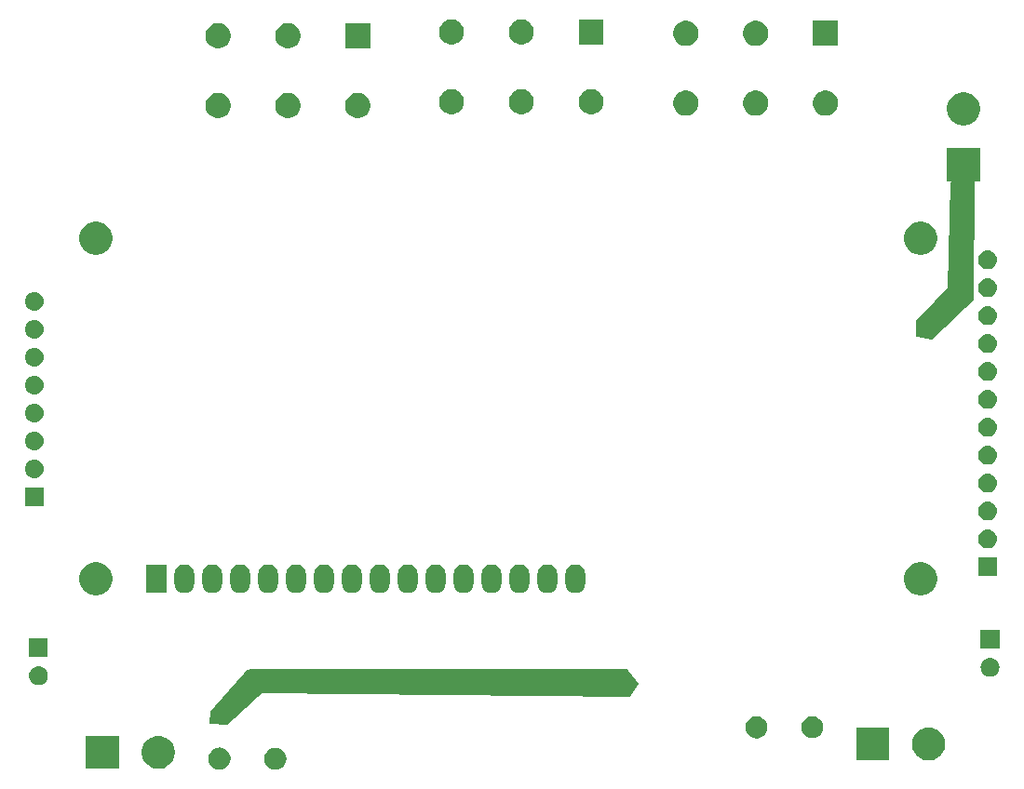
<source format=gbr>
G04 #@! TF.GenerationSoftware,KiCad,Pcbnew,(5.0.1)-4*
G04 #@! TF.CreationDate,2019-01-07T16:42:56+05:30*
G04 #@! TF.ProjectId,monitoring_board,6D6F6E69746F72696E675F626F617264,rev?*
G04 #@! TF.SameCoordinates,Original*
G04 #@! TF.FileFunction,Soldermask,Bot*
G04 #@! TF.FilePolarity,Negative*
%FSLAX46Y46*%
G04 Gerber Fmt 4.6, Leading zero omitted, Abs format (unit mm)*
G04 Created by KiCad (PCBNEW (5.0.1)-4) date 01/07/19 16:42:56*
%MOMM*%
%LPD*%
G01*
G04 APERTURE LIST*
%ADD10C,0.150000*%
%ADD11C,0.100000*%
G04 APERTURE END LIST*
D10*
G36*
X159004000Y-107696000D02*
X193040000Y-107696000D01*
X194056000Y-108966000D01*
X193294000Y-110109000D01*
X159893000Y-109728000D01*
X156718000Y-112649000D01*
X155194000Y-112522000D01*
X155321000Y-111506000D01*
X158623000Y-107823000D01*
X159004000Y-107696000D01*
G37*
X159004000Y-107696000D02*
X193040000Y-107696000D01*
X194056000Y-108966000D01*
X193294000Y-110109000D01*
X159893000Y-109728000D01*
X156718000Y-112649000D01*
X155194000Y-112522000D01*
X155321000Y-111506000D01*
X158623000Y-107823000D01*
X159004000Y-107696000D01*
G36*
X220853000Y-77597000D02*
X224536000Y-74041000D01*
X224663000Y-63246000D01*
X222631000Y-63373000D01*
X222377000Y-73025000D01*
X219456000Y-75946000D01*
X219456000Y-77343000D01*
X220853000Y-77597000D01*
G37*
X220853000Y-77597000D02*
X224536000Y-74041000D01*
X224663000Y-63246000D01*
X222631000Y-63373000D01*
X222377000Y-73025000D01*
X219456000Y-75946000D01*
X219456000Y-77343000D01*
X220853000Y-77597000D01*
D11*
G36*
X161287970Y-114798572D02*
X161403889Y-114821629D01*
X161585878Y-114897011D01*
X161749663Y-115006449D01*
X161888951Y-115145737D01*
X161998389Y-115309522D01*
X162073771Y-115491511D01*
X162096828Y-115607430D01*
X162112200Y-115684707D01*
X162112200Y-115881693D01*
X162103602Y-115924915D01*
X162073771Y-116074889D01*
X161998389Y-116256878D01*
X161888951Y-116420663D01*
X161749663Y-116559951D01*
X161585878Y-116669389D01*
X161403889Y-116744771D01*
X161287970Y-116767828D01*
X161210693Y-116783200D01*
X161013707Y-116783200D01*
X160936430Y-116767828D01*
X160820511Y-116744771D01*
X160638522Y-116669389D01*
X160474737Y-116559951D01*
X160335449Y-116420663D01*
X160226011Y-116256878D01*
X160150629Y-116074889D01*
X160120798Y-115924915D01*
X160112200Y-115881693D01*
X160112200Y-115684707D01*
X160127572Y-115607430D01*
X160150629Y-115491511D01*
X160226011Y-115309522D01*
X160335449Y-115145737D01*
X160474737Y-115006449D01*
X160638522Y-114897011D01*
X160820511Y-114821629D01*
X160936430Y-114798572D01*
X161013707Y-114783200D01*
X161210693Y-114783200D01*
X161287970Y-114798572D01*
X161287970Y-114798572D01*
G37*
G36*
X156207970Y-114788572D02*
X156323889Y-114811629D01*
X156505878Y-114887011D01*
X156669663Y-114996449D01*
X156808951Y-115135737D01*
X156918389Y-115299522D01*
X156993771Y-115481511D01*
X157032200Y-115674709D01*
X157032200Y-115871691D01*
X156993771Y-116064889D01*
X156918389Y-116246878D01*
X156808951Y-116410663D01*
X156669663Y-116549951D01*
X156505878Y-116659389D01*
X156323889Y-116734771D01*
X156207970Y-116757828D01*
X156130693Y-116773200D01*
X155933707Y-116773200D01*
X155856430Y-116757828D01*
X155740511Y-116734771D01*
X155558522Y-116659389D01*
X155394737Y-116549951D01*
X155255449Y-116410663D01*
X155146011Y-116246878D01*
X155070629Y-116064889D01*
X155032200Y-115871691D01*
X155032200Y-115674709D01*
X155070629Y-115481511D01*
X155146011Y-115299522D01*
X155255449Y-115135737D01*
X155394737Y-114996449D01*
X155558522Y-114887011D01*
X155740511Y-114811629D01*
X155856430Y-114788572D01*
X155933707Y-114773200D01*
X156130693Y-114773200D01*
X156207970Y-114788572D01*
X156207970Y-114788572D01*
G37*
G36*
X150755504Y-113741883D02*
X150907134Y-113772044D01*
X151180117Y-113885117D01*
X151422520Y-114047087D01*
X151425797Y-114049276D01*
X151634724Y-114258203D01*
X151798884Y-114503885D01*
X151911956Y-114776867D01*
X151969600Y-115066661D01*
X151969600Y-115362139D01*
X151931171Y-115555335D01*
X151918801Y-115617524D01*
X151911956Y-115651933D01*
X151798884Y-115924915D01*
X151634724Y-116170597D01*
X151425797Y-116379524D01*
X151425794Y-116379526D01*
X151180117Y-116543683D01*
X151180116Y-116543684D01*
X151180115Y-116543684D01*
X151100160Y-116576802D01*
X150907134Y-116656756D01*
X150843623Y-116669389D01*
X150617339Y-116714400D01*
X150321861Y-116714400D01*
X150095577Y-116669389D01*
X150032066Y-116656756D01*
X149839040Y-116576802D01*
X149759085Y-116543684D01*
X149759084Y-116543684D01*
X149759083Y-116543683D01*
X149513406Y-116379526D01*
X149513403Y-116379524D01*
X149304476Y-116170597D01*
X149140316Y-115924915D01*
X149027244Y-115651933D01*
X149020400Y-115617524D01*
X149008029Y-115555335D01*
X148969600Y-115362139D01*
X148969600Y-115066661D01*
X149027244Y-114776867D01*
X149140316Y-114503885D01*
X149304476Y-114258203D01*
X149513403Y-114049276D01*
X149516680Y-114047087D01*
X149759083Y-113885117D01*
X150032066Y-113772044D01*
X150183696Y-113741883D01*
X150321861Y-113714400D01*
X150617339Y-113714400D01*
X150755504Y-113741883D01*
X150755504Y-113741883D01*
G37*
G36*
X146889600Y-116714400D02*
X143889600Y-116714400D01*
X143889600Y-113714400D01*
X146889600Y-113714400D01*
X146889600Y-116714400D01*
X146889600Y-116714400D01*
G37*
G36*
X216942800Y-115952400D02*
X213942800Y-115952400D01*
X213942800Y-112952400D01*
X216942800Y-112952400D01*
X216942800Y-115952400D01*
X216942800Y-115952400D01*
G37*
G36*
X220863735Y-112990829D02*
X220960334Y-113010044D01*
X221233317Y-113123117D01*
X221393411Y-113230089D01*
X221478997Y-113287276D01*
X221687924Y-113496203D01*
X221687926Y-113496206D01*
X221852083Y-113741883D01*
X221965156Y-114014866D01*
X222022800Y-114304663D01*
X222022800Y-114600137D01*
X221965156Y-114889934D01*
X221921036Y-114996449D01*
X221852084Y-115162915D01*
X221687924Y-115408597D01*
X221478997Y-115617524D01*
X221478994Y-115617526D01*
X221233317Y-115781683D01*
X220960334Y-115894756D01*
X220863735Y-115913971D01*
X220670539Y-115952400D01*
X220375061Y-115952400D01*
X220181865Y-115913971D01*
X220085266Y-115894756D01*
X219812283Y-115781683D01*
X219566606Y-115617526D01*
X219566603Y-115617524D01*
X219357676Y-115408597D01*
X219193516Y-115162915D01*
X219124564Y-114996449D01*
X219080444Y-114889934D01*
X219022800Y-114600137D01*
X219022800Y-114304663D01*
X219080444Y-114014866D01*
X219193517Y-113741883D01*
X219357674Y-113496206D01*
X219357676Y-113496203D01*
X219566603Y-113287276D01*
X219652189Y-113230089D01*
X219812283Y-113123117D01*
X220085266Y-113010044D01*
X220181865Y-112990829D01*
X220375061Y-112952400D01*
X220670539Y-112952400D01*
X220863735Y-112990829D01*
X220863735Y-112990829D01*
G37*
G36*
X205052170Y-111953772D02*
X205168089Y-111976829D01*
X205350078Y-112052211D01*
X205513863Y-112161649D01*
X205653151Y-112300937D01*
X205762589Y-112464722D01*
X205837971Y-112646711D01*
X205876400Y-112839909D01*
X205876400Y-113036891D01*
X205837971Y-113230089D01*
X205762589Y-113412078D01*
X205653151Y-113575863D01*
X205513863Y-113715151D01*
X205350078Y-113824589D01*
X205168089Y-113899971D01*
X205052170Y-113923028D01*
X204974893Y-113938400D01*
X204777907Y-113938400D01*
X204700630Y-113923028D01*
X204584711Y-113899971D01*
X204402722Y-113824589D01*
X204238937Y-113715151D01*
X204099649Y-113575863D01*
X203990211Y-113412078D01*
X203914829Y-113230089D01*
X203876400Y-113036891D01*
X203876400Y-112839909D01*
X203914829Y-112646711D01*
X203990211Y-112464722D01*
X204099649Y-112300937D01*
X204238937Y-112161649D01*
X204402722Y-112052211D01*
X204584711Y-111976829D01*
X204700630Y-111953772D01*
X204777907Y-111938400D01*
X204974893Y-111938400D01*
X205052170Y-111953772D01*
X205052170Y-111953772D01*
G37*
G36*
X210132170Y-111943772D02*
X210248089Y-111966829D01*
X210430078Y-112042211D01*
X210593863Y-112151649D01*
X210733151Y-112290937D01*
X210842589Y-112454722D01*
X210917971Y-112636711D01*
X210956400Y-112829909D01*
X210956400Y-113026891D01*
X210917971Y-113220089D01*
X210842589Y-113402078D01*
X210733151Y-113565863D01*
X210593863Y-113705151D01*
X210430078Y-113814589D01*
X210248089Y-113889971D01*
X210132170Y-113913028D01*
X210054893Y-113928400D01*
X209857907Y-113928400D01*
X209780630Y-113913028D01*
X209664711Y-113889971D01*
X209482722Y-113814589D01*
X209318937Y-113705151D01*
X209179649Y-113565863D01*
X209070211Y-113402078D01*
X208994829Y-113220089D01*
X208956400Y-113026891D01*
X208956400Y-112829909D01*
X208994829Y-112636711D01*
X209070211Y-112454722D01*
X209179649Y-112290937D01*
X209318937Y-112151649D01*
X209482722Y-112042211D01*
X209664711Y-111966829D01*
X209780630Y-111943772D01*
X209857907Y-111928400D01*
X210054893Y-111928400D01*
X210132170Y-111943772D01*
X210132170Y-111943772D01*
G37*
G36*
X139739630Y-107391699D02*
X139899855Y-107440303D01*
X140047520Y-107519231D01*
X140176949Y-107625451D01*
X140283169Y-107754880D01*
X140362097Y-107902545D01*
X140410701Y-108062770D01*
X140427112Y-108229400D01*
X140410701Y-108396030D01*
X140362097Y-108556255D01*
X140283169Y-108703920D01*
X140176949Y-108833349D01*
X140047520Y-108939569D01*
X139899855Y-109018497D01*
X139739630Y-109067101D01*
X139614752Y-109079400D01*
X139531248Y-109079400D01*
X139406370Y-109067101D01*
X139246145Y-109018497D01*
X139098480Y-108939569D01*
X138969051Y-108833349D01*
X138862831Y-108703920D01*
X138783903Y-108556255D01*
X138735299Y-108396030D01*
X138718888Y-108229400D01*
X138735299Y-108062770D01*
X138783903Y-107902545D01*
X138862831Y-107754880D01*
X138969051Y-107625451D01*
X139098480Y-107519231D01*
X139246145Y-107440303D01*
X139406370Y-107391699D01*
X139531248Y-107379400D01*
X139614752Y-107379400D01*
X139739630Y-107391699D01*
X139739630Y-107391699D01*
G37*
G36*
X226277430Y-106629699D02*
X226437655Y-106678303D01*
X226585320Y-106757231D01*
X226714749Y-106863451D01*
X226820969Y-106992880D01*
X226899897Y-107140545D01*
X226948501Y-107300770D01*
X226964912Y-107467400D01*
X226948501Y-107634030D01*
X226899897Y-107794255D01*
X226820969Y-107941920D01*
X226714749Y-108071349D01*
X226585320Y-108177569D01*
X226437655Y-108256497D01*
X226277430Y-108305101D01*
X226152552Y-108317400D01*
X226069048Y-108317400D01*
X225944170Y-108305101D01*
X225783945Y-108256497D01*
X225636280Y-108177569D01*
X225506851Y-108071349D01*
X225400631Y-107941920D01*
X225321703Y-107794255D01*
X225273099Y-107634030D01*
X225256688Y-107467400D01*
X225273099Y-107300770D01*
X225321703Y-107140545D01*
X225400631Y-106992880D01*
X225506851Y-106863451D01*
X225636280Y-106757231D01*
X225783945Y-106678303D01*
X225944170Y-106629699D01*
X226069048Y-106617400D01*
X226152552Y-106617400D01*
X226277430Y-106629699D01*
X226277430Y-106629699D01*
G37*
G36*
X140423000Y-106539400D02*
X138723000Y-106539400D01*
X138723000Y-104839400D01*
X140423000Y-104839400D01*
X140423000Y-106539400D01*
X140423000Y-106539400D01*
G37*
G36*
X226960800Y-105777400D02*
X225260800Y-105777400D01*
X225260800Y-104077400D01*
X226960800Y-104077400D01*
X226960800Y-105777400D01*
X226960800Y-105777400D01*
G37*
G36*
X145133635Y-97954029D02*
X145230234Y-97973244D01*
X145503217Y-98086317D01*
X145566532Y-98128623D01*
X145748897Y-98250476D01*
X145957824Y-98459403D01*
X145957826Y-98459406D01*
X146121983Y-98705083D01*
X146235056Y-98978066D01*
X146292700Y-99267863D01*
X146292700Y-99563337D01*
X146235056Y-99853134D01*
X146121983Y-100126117D01*
X146098216Y-100161686D01*
X145957824Y-100371797D01*
X145748897Y-100580724D01*
X145748894Y-100580726D01*
X145503217Y-100744883D01*
X145230234Y-100857956D01*
X145133635Y-100877171D01*
X144940439Y-100915600D01*
X144644961Y-100915600D01*
X144451765Y-100877171D01*
X144355166Y-100857956D01*
X144082183Y-100744883D01*
X143836506Y-100580726D01*
X143836503Y-100580724D01*
X143627576Y-100371797D01*
X143487184Y-100161686D01*
X143463417Y-100126117D01*
X143350344Y-99853134D01*
X143292700Y-99563337D01*
X143292700Y-99267863D01*
X143350344Y-98978066D01*
X143463417Y-98705083D01*
X143627574Y-98459406D01*
X143627576Y-98459403D01*
X143836503Y-98250476D01*
X144018868Y-98128623D01*
X144082183Y-98086317D01*
X144355166Y-97973244D01*
X144451765Y-97954029D01*
X144644961Y-97915600D01*
X144940439Y-97915600D01*
X145133635Y-97954029D01*
X145133635Y-97954029D01*
G37*
G36*
X220132735Y-97954029D02*
X220229334Y-97973244D01*
X220502317Y-98086317D01*
X220565632Y-98128623D01*
X220747997Y-98250476D01*
X220956924Y-98459403D01*
X220956926Y-98459406D01*
X221121083Y-98705083D01*
X221234156Y-98978066D01*
X221291800Y-99267863D01*
X221291800Y-99563337D01*
X221234156Y-99853134D01*
X221121083Y-100126117D01*
X221097316Y-100161686D01*
X220956924Y-100371797D01*
X220747997Y-100580724D01*
X220747994Y-100580726D01*
X220502317Y-100744883D01*
X220229334Y-100857956D01*
X220132735Y-100877171D01*
X219939539Y-100915600D01*
X219644061Y-100915600D01*
X219450865Y-100877171D01*
X219354266Y-100857956D01*
X219081283Y-100744883D01*
X218835606Y-100580726D01*
X218835603Y-100580724D01*
X218626676Y-100371797D01*
X218486284Y-100161686D01*
X218462517Y-100126117D01*
X218349444Y-99853134D01*
X218291800Y-99563337D01*
X218291800Y-99267863D01*
X218349444Y-98978066D01*
X218462517Y-98705083D01*
X218626674Y-98459406D01*
X218626676Y-98459403D01*
X218835603Y-98250476D01*
X219017968Y-98128623D01*
X219081283Y-98086317D01*
X219354266Y-97973244D01*
X219450865Y-97954029D01*
X219644061Y-97915600D01*
X219939539Y-97915600D01*
X220132735Y-97954029D01*
X220132735Y-97954029D01*
G37*
G36*
X160628231Y-98128622D02*
X160797876Y-98180084D01*
X160954236Y-98263659D01*
X161091275Y-98376125D01*
X161203744Y-98513167D01*
X161287315Y-98669519D01*
X161338778Y-98839168D01*
X161351800Y-98971389D01*
X161351800Y-99859810D01*
X161338778Y-99992026D01*
X161338777Y-99992028D01*
X161338777Y-99992031D01*
X161298102Y-100126117D01*
X161287312Y-100161686D01*
X161203744Y-100318033D01*
X161091275Y-100455075D01*
X160954233Y-100567544D01*
X160797881Y-100651115D01*
X160628232Y-100702578D01*
X160451800Y-100719954D01*
X160275369Y-100702578D01*
X160105720Y-100651115D01*
X159949368Y-100567544D01*
X159812326Y-100455075D01*
X159699857Y-100318033D01*
X159616286Y-100161681D01*
X159564823Y-99992032D01*
X159551800Y-99859810D01*
X159551800Y-98971390D01*
X159564822Y-98839169D01*
X159616284Y-98669524D01*
X159699859Y-98513164D01*
X159812325Y-98376125D01*
X159949367Y-98263656D01*
X160105719Y-98180085D01*
X160275368Y-98128622D01*
X160451800Y-98111246D01*
X160628231Y-98128622D01*
X160628231Y-98128622D01*
G37*
G36*
X155548231Y-98128622D02*
X155717876Y-98180084D01*
X155874236Y-98263659D01*
X156011275Y-98376125D01*
X156123744Y-98513167D01*
X156207315Y-98669519D01*
X156258778Y-98839168D01*
X156271800Y-98971389D01*
X156271800Y-99859810D01*
X156258778Y-99992026D01*
X156258777Y-99992028D01*
X156258777Y-99992031D01*
X156218102Y-100126117D01*
X156207312Y-100161686D01*
X156123744Y-100318033D01*
X156011275Y-100455075D01*
X155874233Y-100567544D01*
X155717881Y-100651115D01*
X155548232Y-100702578D01*
X155371800Y-100719954D01*
X155195369Y-100702578D01*
X155025720Y-100651115D01*
X154869368Y-100567544D01*
X154732326Y-100455075D01*
X154619857Y-100318033D01*
X154536286Y-100161681D01*
X154484823Y-99992032D01*
X154471800Y-99859810D01*
X154471800Y-98971390D01*
X154484822Y-98839169D01*
X154536284Y-98669524D01*
X154619859Y-98513164D01*
X154732325Y-98376125D01*
X154869367Y-98263656D01*
X155025719Y-98180085D01*
X155195368Y-98128622D01*
X155371800Y-98111246D01*
X155548231Y-98128622D01*
X155548231Y-98128622D01*
G37*
G36*
X153008231Y-98128622D02*
X153177876Y-98180084D01*
X153334236Y-98263659D01*
X153471275Y-98376125D01*
X153583744Y-98513167D01*
X153667315Y-98669519D01*
X153718778Y-98839168D01*
X153731800Y-98971389D01*
X153731800Y-99859810D01*
X153718778Y-99992026D01*
X153718777Y-99992028D01*
X153718777Y-99992031D01*
X153678102Y-100126117D01*
X153667312Y-100161686D01*
X153583744Y-100318033D01*
X153471275Y-100455075D01*
X153334233Y-100567544D01*
X153177881Y-100651115D01*
X153008232Y-100702578D01*
X152831800Y-100719954D01*
X152655369Y-100702578D01*
X152485720Y-100651115D01*
X152329368Y-100567544D01*
X152192326Y-100455075D01*
X152079857Y-100318033D01*
X151996286Y-100161681D01*
X151944823Y-99992032D01*
X151931800Y-99859810D01*
X151931800Y-98971390D01*
X151944822Y-98839169D01*
X151996284Y-98669524D01*
X152079859Y-98513164D01*
X152192325Y-98376125D01*
X152329367Y-98263656D01*
X152485719Y-98180085D01*
X152655368Y-98128622D01*
X152831800Y-98111246D01*
X153008231Y-98128622D01*
X153008231Y-98128622D01*
G37*
G36*
X158088231Y-98128622D02*
X158257876Y-98180084D01*
X158414236Y-98263659D01*
X158551275Y-98376125D01*
X158663744Y-98513167D01*
X158747315Y-98669519D01*
X158798778Y-98839168D01*
X158811800Y-98971389D01*
X158811800Y-99859810D01*
X158798778Y-99992026D01*
X158798777Y-99992028D01*
X158798777Y-99992031D01*
X158758102Y-100126117D01*
X158747312Y-100161686D01*
X158663744Y-100318033D01*
X158551275Y-100455075D01*
X158414233Y-100567544D01*
X158257881Y-100651115D01*
X158088232Y-100702578D01*
X157911800Y-100719954D01*
X157735369Y-100702578D01*
X157565720Y-100651115D01*
X157409368Y-100567544D01*
X157272326Y-100455075D01*
X157159857Y-100318033D01*
X157076286Y-100161681D01*
X157024823Y-99992032D01*
X157011800Y-99859810D01*
X157011800Y-98971390D01*
X157024822Y-98839169D01*
X157076284Y-98669524D01*
X157159859Y-98513164D01*
X157272325Y-98376125D01*
X157409367Y-98263656D01*
X157565719Y-98180085D01*
X157735368Y-98128622D01*
X157911800Y-98111246D01*
X158088231Y-98128622D01*
X158088231Y-98128622D01*
G37*
G36*
X163168231Y-98128622D02*
X163337876Y-98180084D01*
X163494236Y-98263659D01*
X163631275Y-98376125D01*
X163743744Y-98513167D01*
X163827315Y-98669519D01*
X163878778Y-98839168D01*
X163891800Y-98971389D01*
X163891800Y-99859810D01*
X163878778Y-99992026D01*
X163878777Y-99992028D01*
X163878777Y-99992031D01*
X163838102Y-100126117D01*
X163827312Y-100161686D01*
X163743744Y-100318033D01*
X163631275Y-100455075D01*
X163494233Y-100567544D01*
X163337881Y-100651115D01*
X163168232Y-100702578D01*
X162991800Y-100719954D01*
X162815369Y-100702578D01*
X162645720Y-100651115D01*
X162489368Y-100567544D01*
X162352326Y-100455075D01*
X162239857Y-100318033D01*
X162156286Y-100161681D01*
X162104823Y-99992032D01*
X162091800Y-99859810D01*
X162091800Y-98971390D01*
X162104822Y-98839169D01*
X162156284Y-98669524D01*
X162239859Y-98513164D01*
X162352325Y-98376125D01*
X162489367Y-98263656D01*
X162645719Y-98180085D01*
X162815368Y-98128622D01*
X162991800Y-98111246D01*
X163168231Y-98128622D01*
X163168231Y-98128622D01*
G37*
G36*
X175868231Y-98128622D02*
X176037876Y-98180084D01*
X176194236Y-98263659D01*
X176331275Y-98376125D01*
X176443744Y-98513167D01*
X176527315Y-98669519D01*
X176578778Y-98839168D01*
X176591800Y-98971389D01*
X176591800Y-99859810D01*
X176578778Y-99992026D01*
X176578777Y-99992028D01*
X176578777Y-99992031D01*
X176538102Y-100126117D01*
X176527312Y-100161686D01*
X176443744Y-100318033D01*
X176331275Y-100455075D01*
X176194233Y-100567544D01*
X176037881Y-100651115D01*
X175868232Y-100702578D01*
X175691800Y-100719954D01*
X175515369Y-100702578D01*
X175345720Y-100651115D01*
X175189368Y-100567544D01*
X175052326Y-100455075D01*
X174939857Y-100318033D01*
X174856286Y-100161681D01*
X174804823Y-99992032D01*
X174791800Y-99859810D01*
X174791800Y-98971390D01*
X174804822Y-98839169D01*
X174856284Y-98669524D01*
X174939859Y-98513164D01*
X175052325Y-98376125D01*
X175189367Y-98263656D01*
X175345719Y-98180085D01*
X175515368Y-98128622D01*
X175691800Y-98111246D01*
X175868231Y-98128622D01*
X175868231Y-98128622D01*
G37*
G36*
X165708231Y-98128622D02*
X165877876Y-98180084D01*
X166034236Y-98263659D01*
X166171275Y-98376125D01*
X166283744Y-98513167D01*
X166367315Y-98669519D01*
X166418778Y-98839168D01*
X166431800Y-98971389D01*
X166431800Y-99859810D01*
X166418778Y-99992026D01*
X166418777Y-99992028D01*
X166418777Y-99992031D01*
X166378102Y-100126117D01*
X166367312Y-100161686D01*
X166283744Y-100318033D01*
X166171275Y-100455075D01*
X166034233Y-100567544D01*
X165877881Y-100651115D01*
X165708232Y-100702578D01*
X165531800Y-100719954D01*
X165355369Y-100702578D01*
X165185720Y-100651115D01*
X165029368Y-100567544D01*
X164892326Y-100455075D01*
X164779857Y-100318033D01*
X164696286Y-100161681D01*
X164644823Y-99992032D01*
X164631800Y-99859810D01*
X164631800Y-98971390D01*
X164644822Y-98839169D01*
X164696284Y-98669524D01*
X164779859Y-98513164D01*
X164892325Y-98376125D01*
X165029367Y-98263656D01*
X165185719Y-98180085D01*
X165355368Y-98128622D01*
X165531800Y-98111246D01*
X165708231Y-98128622D01*
X165708231Y-98128622D01*
G37*
G36*
X168248231Y-98128622D02*
X168417876Y-98180084D01*
X168574236Y-98263659D01*
X168711275Y-98376125D01*
X168823744Y-98513167D01*
X168907315Y-98669519D01*
X168958778Y-98839168D01*
X168971800Y-98971389D01*
X168971800Y-99859810D01*
X168958778Y-99992026D01*
X168958777Y-99992028D01*
X168958777Y-99992031D01*
X168918102Y-100126117D01*
X168907312Y-100161686D01*
X168823744Y-100318033D01*
X168711275Y-100455075D01*
X168574233Y-100567544D01*
X168417881Y-100651115D01*
X168248232Y-100702578D01*
X168071800Y-100719954D01*
X167895369Y-100702578D01*
X167725720Y-100651115D01*
X167569368Y-100567544D01*
X167432326Y-100455075D01*
X167319857Y-100318033D01*
X167236286Y-100161681D01*
X167184823Y-99992032D01*
X167171800Y-99859810D01*
X167171800Y-98971390D01*
X167184822Y-98839169D01*
X167236284Y-98669524D01*
X167319859Y-98513164D01*
X167432325Y-98376125D01*
X167569367Y-98263656D01*
X167725719Y-98180085D01*
X167895368Y-98128622D01*
X168071800Y-98111246D01*
X168248231Y-98128622D01*
X168248231Y-98128622D01*
G37*
G36*
X170788231Y-98128622D02*
X170957876Y-98180084D01*
X171114236Y-98263659D01*
X171251275Y-98376125D01*
X171363744Y-98513167D01*
X171447315Y-98669519D01*
X171498778Y-98839168D01*
X171511800Y-98971389D01*
X171511800Y-99859810D01*
X171498778Y-99992026D01*
X171498777Y-99992028D01*
X171498777Y-99992031D01*
X171458102Y-100126117D01*
X171447312Y-100161686D01*
X171363744Y-100318033D01*
X171251275Y-100455075D01*
X171114233Y-100567544D01*
X170957881Y-100651115D01*
X170788232Y-100702578D01*
X170611800Y-100719954D01*
X170435369Y-100702578D01*
X170265720Y-100651115D01*
X170109368Y-100567544D01*
X169972326Y-100455075D01*
X169859857Y-100318033D01*
X169776286Y-100161681D01*
X169724823Y-99992032D01*
X169711800Y-99859810D01*
X169711800Y-98971390D01*
X169724822Y-98839169D01*
X169776284Y-98669524D01*
X169859859Y-98513164D01*
X169972325Y-98376125D01*
X170109367Y-98263656D01*
X170265719Y-98180085D01*
X170435368Y-98128622D01*
X170611800Y-98111246D01*
X170788231Y-98128622D01*
X170788231Y-98128622D01*
G37*
G36*
X173328231Y-98128622D02*
X173497876Y-98180084D01*
X173654236Y-98263659D01*
X173791275Y-98376125D01*
X173903744Y-98513167D01*
X173987315Y-98669519D01*
X174038778Y-98839168D01*
X174051800Y-98971389D01*
X174051800Y-99859810D01*
X174038778Y-99992026D01*
X174038777Y-99992028D01*
X174038777Y-99992031D01*
X173998102Y-100126117D01*
X173987312Y-100161686D01*
X173903744Y-100318033D01*
X173791275Y-100455075D01*
X173654233Y-100567544D01*
X173497881Y-100651115D01*
X173328232Y-100702578D01*
X173151800Y-100719954D01*
X172975369Y-100702578D01*
X172805720Y-100651115D01*
X172649368Y-100567544D01*
X172512326Y-100455075D01*
X172399857Y-100318033D01*
X172316286Y-100161681D01*
X172264823Y-99992032D01*
X172251800Y-99859810D01*
X172251800Y-98971390D01*
X172264822Y-98839169D01*
X172316284Y-98669524D01*
X172399859Y-98513164D01*
X172512325Y-98376125D01*
X172649367Y-98263656D01*
X172805719Y-98180085D01*
X172975368Y-98128622D01*
X173151800Y-98111246D01*
X173328231Y-98128622D01*
X173328231Y-98128622D01*
G37*
G36*
X178408231Y-98128622D02*
X178577876Y-98180084D01*
X178734236Y-98263659D01*
X178871275Y-98376125D01*
X178983744Y-98513167D01*
X179067315Y-98669519D01*
X179118778Y-98839168D01*
X179131800Y-98971389D01*
X179131800Y-99859810D01*
X179118778Y-99992026D01*
X179118777Y-99992028D01*
X179118777Y-99992031D01*
X179078102Y-100126117D01*
X179067312Y-100161686D01*
X178983744Y-100318033D01*
X178871275Y-100455075D01*
X178734233Y-100567544D01*
X178577881Y-100651115D01*
X178408232Y-100702578D01*
X178231800Y-100719954D01*
X178055369Y-100702578D01*
X177885720Y-100651115D01*
X177729368Y-100567544D01*
X177592326Y-100455075D01*
X177479857Y-100318033D01*
X177396286Y-100161681D01*
X177344823Y-99992032D01*
X177331800Y-99859810D01*
X177331800Y-98971390D01*
X177344822Y-98839169D01*
X177396284Y-98669524D01*
X177479859Y-98513164D01*
X177592325Y-98376125D01*
X177729367Y-98263656D01*
X177885719Y-98180085D01*
X178055368Y-98128622D01*
X178231800Y-98111246D01*
X178408231Y-98128622D01*
X178408231Y-98128622D01*
G37*
G36*
X180948231Y-98128622D02*
X181117876Y-98180084D01*
X181274236Y-98263659D01*
X181411275Y-98376125D01*
X181523744Y-98513167D01*
X181607315Y-98669519D01*
X181658778Y-98839168D01*
X181671800Y-98971389D01*
X181671800Y-99859810D01*
X181658778Y-99992026D01*
X181658777Y-99992028D01*
X181658777Y-99992031D01*
X181618102Y-100126117D01*
X181607312Y-100161686D01*
X181523744Y-100318033D01*
X181411275Y-100455075D01*
X181274233Y-100567544D01*
X181117881Y-100651115D01*
X180948232Y-100702578D01*
X180771800Y-100719954D01*
X180595369Y-100702578D01*
X180425720Y-100651115D01*
X180269368Y-100567544D01*
X180132326Y-100455075D01*
X180019857Y-100318033D01*
X179936286Y-100161681D01*
X179884823Y-99992032D01*
X179871800Y-99859810D01*
X179871800Y-98971390D01*
X179884822Y-98839169D01*
X179936284Y-98669524D01*
X180019859Y-98513164D01*
X180132325Y-98376125D01*
X180269367Y-98263656D01*
X180425719Y-98180085D01*
X180595368Y-98128622D01*
X180771800Y-98111246D01*
X180948231Y-98128622D01*
X180948231Y-98128622D01*
G37*
G36*
X183488231Y-98128622D02*
X183657876Y-98180084D01*
X183814236Y-98263659D01*
X183951275Y-98376125D01*
X184063744Y-98513167D01*
X184147315Y-98669519D01*
X184198778Y-98839168D01*
X184211800Y-98971389D01*
X184211800Y-99859810D01*
X184198778Y-99992026D01*
X184198777Y-99992028D01*
X184198777Y-99992031D01*
X184158102Y-100126117D01*
X184147312Y-100161686D01*
X184063744Y-100318033D01*
X183951275Y-100455075D01*
X183814233Y-100567544D01*
X183657881Y-100651115D01*
X183488232Y-100702578D01*
X183311800Y-100719954D01*
X183135369Y-100702578D01*
X182965720Y-100651115D01*
X182809368Y-100567544D01*
X182672326Y-100455075D01*
X182559857Y-100318033D01*
X182476286Y-100161681D01*
X182424823Y-99992032D01*
X182411800Y-99859810D01*
X182411800Y-98971390D01*
X182424822Y-98839169D01*
X182476284Y-98669524D01*
X182559859Y-98513164D01*
X182672325Y-98376125D01*
X182809367Y-98263656D01*
X182965719Y-98180085D01*
X183135368Y-98128622D01*
X183311800Y-98111246D01*
X183488231Y-98128622D01*
X183488231Y-98128622D01*
G37*
G36*
X186028231Y-98128622D02*
X186197876Y-98180084D01*
X186354236Y-98263659D01*
X186491275Y-98376125D01*
X186603744Y-98513167D01*
X186687315Y-98669519D01*
X186738778Y-98839168D01*
X186751800Y-98971389D01*
X186751800Y-99859810D01*
X186738778Y-99992026D01*
X186738777Y-99992028D01*
X186738777Y-99992031D01*
X186698102Y-100126117D01*
X186687312Y-100161686D01*
X186603744Y-100318033D01*
X186491275Y-100455075D01*
X186354233Y-100567544D01*
X186197881Y-100651115D01*
X186028232Y-100702578D01*
X185851800Y-100719954D01*
X185675369Y-100702578D01*
X185505720Y-100651115D01*
X185349368Y-100567544D01*
X185212326Y-100455075D01*
X185099857Y-100318033D01*
X185016286Y-100161681D01*
X184964823Y-99992032D01*
X184951800Y-99859810D01*
X184951800Y-98971390D01*
X184964822Y-98839169D01*
X185016284Y-98669524D01*
X185099859Y-98513164D01*
X185212325Y-98376125D01*
X185349367Y-98263656D01*
X185505719Y-98180085D01*
X185675368Y-98128622D01*
X185851800Y-98111246D01*
X186028231Y-98128622D01*
X186028231Y-98128622D01*
G37*
G36*
X188568231Y-98128622D02*
X188737876Y-98180084D01*
X188894236Y-98263659D01*
X189031275Y-98376125D01*
X189143744Y-98513167D01*
X189227315Y-98669519D01*
X189278778Y-98839168D01*
X189291800Y-98971389D01*
X189291800Y-99859810D01*
X189278778Y-99992026D01*
X189278777Y-99992028D01*
X189278777Y-99992031D01*
X189238102Y-100126117D01*
X189227312Y-100161686D01*
X189143744Y-100318033D01*
X189031275Y-100455075D01*
X188894233Y-100567544D01*
X188737881Y-100651115D01*
X188568232Y-100702578D01*
X188391800Y-100719954D01*
X188215369Y-100702578D01*
X188045720Y-100651115D01*
X187889368Y-100567544D01*
X187752326Y-100455075D01*
X187639857Y-100318033D01*
X187556286Y-100161681D01*
X187504823Y-99992032D01*
X187491800Y-99859810D01*
X187491800Y-98971390D01*
X187504822Y-98839169D01*
X187556284Y-98669524D01*
X187639859Y-98513164D01*
X187752325Y-98376125D01*
X187889367Y-98263656D01*
X188045719Y-98180085D01*
X188215368Y-98128622D01*
X188391800Y-98111246D01*
X188568231Y-98128622D01*
X188568231Y-98128622D01*
G37*
G36*
X151191800Y-100715600D02*
X149391800Y-100715600D01*
X149391800Y-98115600D01*
X151191800Y-98115600D01*
X151191800Y-100715600D01*
X151191800Y-100715600D01*
G37*
G36*
X226732200Y-99173400D02*
X225032200Y-99173400D01*
X225032200Y-97473400D01*
X226732200Y-97473400D01*
X226732200Y-99173400D01*
X226732200Y-99173400D01*
G37*
G36*
X226048830Y-94945699D02*
X226209055Y-94994303D01*
X226356720Y-95073231D01*
X226486149Y-95179451D01*
X226592369Y-95308880D01*
X226671297Y-95456545D01*
X226719901Y-95616770D01*
X226736312Y-95783400D01*
X226719901Y-95950030D01*
X226671297Y-96110255D01*
X226592369Y-96257920D01*
X226486149Y-96387349D01*
X226356720Y-96493569D01*
X226209055Y-96572497D01*
X226048830Y-96621101D01*
X225923952Y-96633400D01*
X225840448Y-96633400D01*
X225715570Y-96621101D01*
X225555345Y-96572497D01*
X225407680Y-96493569D01*
X225278251Y-96387349D01*
X225172031Y-96257920D01*
X225093103Y-96110255D01*
X225044499Y-95950030D01*
X225028088Y-95783400D01*
X225044499Y-95616770D01*
X225093103Y-95456545D01*
X225172031Y-95308880D01*
X225278251Y-95179451D01*
X225407680Y-95073231D01*
X225555345Y-94994303D01*
X225715570Y-94945699D01*
X225840448Y-94933400D01*
X225923952Y-94933400D01*
X226048830Y-94945699D01*
X226048830Y-94945699D01*
G37*
G36*
X226048830Y-92405699D02*
X226209055Y-92454303D01*
X226356720Y-92533231D01*
X226486149Y-92639451D01*
X226592369Y-92768880D01*
X226671297Y-92916545D01*
X226719901Y-93076770D01*
X226736312Y-93243400D01*
X226719901Y-93410030D01*
X226671297Y-93570255D01*
X226592369Y-93717920D01*
X226486149Y-93847349D01*
X226356720Y-93953569D01*
X226209055Y-94032497D01*
X226048830Y-94081101D01*
X225923952Y-94093400D01*
X225840448Y-94093400D01*
X225715570Y-94081101D01*
X225555345Y-94032497D01*
X225407680Y-93953569D01*
X225278251Y-93847349D01*
X225172031Y-93717920D01*
X225093103Y-93570255D01*
X225044499Y-93410030D01*
X225028088Y-93243400D01*
X225044499Y-93076770D01*
X225093103Y-92916545D01*
X225172031Y-92768880D01*
X225278251Y-92639451D01*
X225407680Y-92533231D01*
X225555345Y-92454303D01*
X225715570Y-92405699D01*
X225840448Y-92393400D01*
X225923952Y-92393400D01*
X226048830Y-92405699D01*
X226048830Y-92405699D01*
G37*
G36*
X140042000Y-92798000D02*
X138342000Y-92798000D01*
X138342000Y-91098000D01*
X140042000Y-91098000D01*
X140042000Y-92798000D01*
X140042000Y-92798000D01*
G37*
G36*
X226048830Y-89865699D02*
X226209055Y-89914303D01*
X226356720Y-89993231D01*
X226486149Y-90099451D01*
X226592369Y-90228880D01*
X226671297Y-90376545D01*
X226719901Y-90536770D01*
X226736312Y-90703400D01*
X226719901Y-90870030D01*
X226671297Y-91030255D01*
X226592369Y-91177920D01*
X226486149Y-91307349D01*
X226356720Y-91413569D01*
X226209055Y-91492497D01*
X226048830Y-91541101D01*
X225923952Y-91553400D01*
X225840448Y-91553400D01*
X225715570Y-91541101D01*
X225555345Y-91492497D01*
X225407680Y-91413569D01*
X225278251Y-91307349D01*
X225172031Y-91177920D01*
X225093103Y-91030255D01*
X225044499Y-90870030D01*
X225028088Y-90703400D01*
X225044499Y-90536770D01*
X225093103Y-90376545D01*
X225172031Y-90228880D01*
X225278251Y-90099451D01*
X225407680Y-89993231D01*
X225555345Y-89914303D01*
X225715570Y-89865699D01*
X225840448Y-89853400D01*
X225923952Y-89853400D01*
X226048830Y-89865699D01*
X226048830Y-89865699D01*
G37*
G36*
X139358630Y-88570299D02*
X139518855Y-88618903D01*
X139666520Y-88697831D01*
X139795949Y-88804051D01*
X139902169Y-88933480D01*
X139981097Y-89081145D01*
X140029701Y-89241370D01*
X140046112Y-89408000D01*
X140029701Y-89574630D01*
X139981097Y-89734855D01*
X139902169Y-89882520D01*
X139795949Y-90011949D01*
X139666520Y-90118169D01*
X139518855Y-90197097D01*
X139358630Y-90245701D01*
X139233752Y-90258000D01*
X139150248Y-90258000D01*
X139025370Y-90245701D01*
X138865145Y-90197097D01*
X138717480Y-90118169D01*
X138588051Y-90011949D01*
X138481831Y-89882520D01*
X138402903Y-89734855D01*
X138354299Y-89574630D01*
X138337888Y-89408000D01*
X138354299Y-89241370D01*
X138402903Y-89081145D01*
X138481831Y-88933480D01*
X138588051Y-88804051D01*
X138717480Y-88697831D01*
X138865145Y-88618903D01*
X139025370Y-88570299D01*
X139150248Y-88558000D01*
X139233752Y-88558000D01*
X139358630Y-88570299D01*
X139358630Y-88570299D01*
G37*
G36*
X226048830Y-87325699D02*
X226209055Y-87374303D01*
X226356720Y-87453231D01*
X226486149Y-87559451D01*
X226592369Y-87688880D01*
X226671297Y-87836545D01*
X226719901Y-87996770D01*
X226736312Y-88163400D01*
X226719901Y-88330030D01*
X226671297Y-88490255D01*
X226592369Y-88637920D01*
X226486149Y-88767349D01*
X226356720Y-88873569D01*
X226209055Y-88952497D01*
X226048830Y-89001101D01*
X225923952Y-89013400D01*
X225840448Y-89013400D01*
X225715570Y-89001101D01*
X225555345Y-88952497D01*
X225407680Y-88873569D01*
X225278251Y-88767349D01*
X225172031Y-88637920D01*
X225093103Y-88490255D01*
X225044499Y-88330030D01*
X225028088Y-88163400D01*
X225044499Y-87996770D01*
X225093103Y-87836545D01*
X225172031Y-87688880D01*
X225278251Y-87559451D01*
X225407680Y-87453231D01*
X225555345Y-87374303D01*
X225715570Y-87325699D01*
X225840448Y-87313400D01*
X225923952Y-87313400D01*
X226048830Y-87325699D01*
X226048830Y-87325699D01*
G37*
G36*
X139358630Y-86030299D02*
X139518855Y-86078903D01*
X139666520Y-86157831D01*
X139795949Y-86264051D01*
X139902169Y-86393480D01*
X139981097Y-86541145D01*
X140029701Y-86701370D01*
X140046112Y-86868000D01*
X140029701Y-87034630D01*
X139981097Y-87194855D01*
X139902169Y-87342520D01*
X139795949Y-87471949D01*
X139666520Y-87578169D01*
X139518855Y-87657097D01*
X139358630Y-87705701D01*
X139233752Y-87718000D01*
X139150248Y-87718000D01*
X139025370Y-87705701D01*
X138865145Y-87657097D01*
X138717480Y-87578169D01*
X138588051Y-87471949D01*
X138481831Y-87342520D01*
X138402903Y-87194855D01*
X138354299Y-87034630D01*
X138337888Y-86868000D01*
X138354299Y-86701370D01*
X138402903Y-86541145D01*
X138481831Y-86393480D01*
X138588051Y-86264051D01*
X138717480Y-86157831D01*
X138865145Y-86078903D01*
X139025370Y-86030299D01*
X139150248Y-86018000D01*
X139233752Y-86018000D01*
X139358630Y-86030299D01*
X139358630Y-86030299D01*
G37*
G36*
X226048830Y-84785699D02*
X226209055Y-84834303D01*
X226356720Y-84913231D01*
X226486149Y-85019451D01*
X226592369Y-85148880D01*
X226671297Y-85296545D01*
X226719901Y-85456770D01*
X226736312Y-85623400D01*
X226719901Y-85790030D01*
X226671297Y-85950255D01*
X226592369Y-86097920D01*
X226486149Y-86227349D01*
X226356720Y-86333569D01*
X226209055Y-86412497D01*
X226048830Y-86461101D01*
X225923952Y-86473400D01*
X225840448Y-86473400D01*
X225715570Y-86461101D01*
X225555345Y-86412497D01*
X225407680Y-86333569D01*
X225278251Y-86227349D01*
X225172031Y-86097920D01*
X225093103Y-85950255D01*
X225044499Y-85790030D01*
X225028088Y-85623400D01*
X225044499Y-85456770D01*
X225093103Y-85296545D01*
X225172031Y-85148880D01*
X225278251Y-85019451D01*
X225407680Y-84913231D01*
X225555345Y-84834303D01*
X225715570Y-84785699D01*
X225840448Y-84773400D01*
X225923952Y-84773400D01*
X226048830Y-84785699D01*
X226048830Y-84785699D01*
G37*
G36*
X139358630Y-83490299D02*
X139518855Y-83538903D01*
X139666520Y-83617831D01*
X139795949Y-83724051D01*
X139902169Y-83853480D01*
X139981097Y-84001145D01*
X140029701Y-84161370D01*
X140046112Y-84328000D01*
X140029701Y-84494630D01*
X139981097Y-84654855D01*
X139902169Y-84802520D01*
X139795949Y-84931949D01*
X139666520Y-85038169D01*
X139518855Y-85117097D01*
X139358630Y-85165701D01*
X139233752Y-85178000D01*
X139150248Y-85178000D01*
X139025370Y-85165701D01*
X138865145Y-85117097D01*
X138717480Y-85038169D01*
X138588051Y-84931949D01*
X138481831Y-84802520D01*
X138402903Y-84654855D01*
X138354299Y-84494630D01*
X138337888Y-84328000D01*
X138354299Y-84161370D01*
X138402903Y-84001145D01*
X138481831Y-83853480D01*
X138588051Y-83724051D01*
X138717480Y-83617831D01*
X138865145Y-83538903D01*
X139025370Y-83490299D01*
X139150248Y-83478000D01*
X139233752Y-83478000D01*
X139358630Y-83490299D01*
X139358630Y-83490299D01*
G37*
G36*
X226048830Y-82245699D02*
X226209055Y-82294303D01*
X226356720Y-82373231D01*
X226486149Y-82479451D01*
X226592369Y-82608880D01*
X226671297Y-82756545D01*
X226719901Y-82916770D01*
X226736312Y-83083400D01*
X226719901Y-83250030D01*
X226671297Y-83410255D01*
X226592369Y-83557920D01*
X226486149Y-83687349D01*
X226356720Y-83793569D01*
X226209055Y-83872497D01*
X226048830Y-83921101D01*
X225923952Y-83933400D01*
X225840448Y-83933400D01*
X225715570Y-83921101D01*
X225555345Y-83872497D01*
X225407680Y-83793569D01*
X225278251Y-83687349D01*
X225172031Y-83557920D01*
X225093103Y-83410255D01*
X225044499Y-83250030D01*
X225028088Y-83083400D01*
X225044499Y-82916770D01*
X225093103Y-82756545D01*
X225172031Y-82608880D01*
X225278251Y-82479451D01*
X225407680Y-82373231D01*
X225555345Y-82294303D01*
X225715570Y-82245699D01*
X225840448Y-82233400D01*
X225923952Y-82233400D01*
X226048830Y-82245699D01*
X226048830Y-82245699D01*
G37*
G36*
X139358630Y-80950299D02*
X139518855Y-80998903D01*
X139666520Y-81077831D01*
X139795949Y-81184051D01*
X139902169Y-81313480D01*
X139981097Y-81461145D01*
X140029701Y-81621370D01*
X140046112Y-81788000D01*
X140029701Y-81954630D01*
X139981097Y-82114855D01*
X139902169Y-82262520D01*
X139795949Y-82391949D01*
X139666520Y-82498169D01*
X139518855Y-82577097D01*
X139358630Y-82625701D01*
X139233752Y-82638000D01*
X139150248Y-82638000D01*
X139025370Y-82625701D01*
X138865145Y-82577097D01*
X138717480Y-82498169D01*
X138588051Y-82391949D01*
X138481831Y-82262520D01*
X138402903Y-82114855D01*
X138354299Y-81954630D01*
X138337888Y-81788000D01*
X138354299Y-81621370D01*
X138402903Y-81461145D01*
X138481831Y-81313480D01*
X138588051Y-81184051D01*
X138717480Y-81077831D01*
X138865145Y-80998903D01*
X139025370Y-80950299D01*
X139150248Y-80938000D01*
X139233752Y-80938000D01*
X139358630Y-80950299D01*
X139358630Y-80950299D01*
G37*
G36*
X226048830Y-79705699D02*
X226209055Y-79754303D01*
X226356720Y-79833231D01*
X226486149Y-79939451D01*
X226592369Y-80068880D01*
X226671297Y-80216545D01*
X226719901Y-80376770D01*
X226736312Y-80543400D01*
X226719901Y-80710030D01*
X226671297Y-80870255D01*
X226592369Y-81017920D01*
X226486149Y-81147349D01*
X226356720Y-81253569D01*
X226209055Y-81332497D01*
X226048830Y-81381101D01*
X225923952Y-81393400D01*
X225840448Y-81393400D01*
X225715570Y-81381101D01*
X225555345Y-81332497D01*
X225407680Y-81253569D01*
X225278251Y-81147349D01*
X225172031Y-81017920D01*
X225093103Y-80870255D01*
X225044499Y-80710030D01*
X225028088Y-80543400D01*
X225044499Y-80376770D01*
X225093103Y-80216545D01*
X225172031Y-80068880D01*
X225278251Y-79939451D01*
X225407680Y-79833231D01*
X225555345Y-79754303D01*
X225715570Y-79705699D01*
X225840448Y-79693400D01*
X225923952Y-79693400D01*
X226048830Y-79705699D01*
X226048830Y-79705699D01*
G37*
G36*
X139358630Y-78410299D02*
X139518855Y-78458903D01*
X139666520Y-78537831D01*
X139795949Y-78644051D01*
X139902169Y-78773480D01*
X139981097Y-78921145D01*
X140029701Y-79081370D01*
X140046112Y-79248000D01*
X140029701Y-79414630D01*
X139981097Y-79574855D01*
X139902169Y-79722520D01*
X139795949Y-79851949D01*
X139666520Y-79958169D01*
X139518855Y-80037097D01*
X139358630Y-80085701D01*
X139233752Y-80098000D01*
X139150248Y-80098000D01*
X139025370Y-80085701D01*
X138865145Y-80037097D01*
X138717480Y-79958169D01*
X138588051Y-79851949D01*
X138481831Y-79722520D01*
X138402903Y-79574855D01*
X138354299Y-79414630D01*
X138337888Y-79248000D01*
X138354299Y-79081370D01*
X138402903Y-78921145D01*
X138481831Y-78773480D01*
X138588051Y-78644051D01*
X138717480Y-78537831D01*
X138865145Y-78458903D01*
X139025370Y-78410299D01*
X139150248Y-78398000D01*
X139233752Y-78398000D01*
X139358630Y-78410299D01*
X139358630Y-78410299D01*
G37*
G36*
X226048830Y-77165699D02*
X226209055Y-77214303D01*
X226356720Y-77293231D01*
X226486149Y-77399451D01*
X226592369Y-77528880D01*
X226671297Y-77676545D01*
X226719901Y-77836770D01*
X226736312Y-78003400D01*
X226719901Y-78170030D01*
X226671297Y-78330255D01*
X226592369Y-78477920D01*
X226486149Y-78607349D01*
X226356720Y-78713569D01*
X226209055Y-78792497D01*
X226048830Y-78841101D01*
X225923952Y-78853400D01*
X225840448Y-78853400D01*
X225715570Y-78841101D01*
X225555345Y-78792497D01*
X225407680Y-78713569D01*
X225278251Y-78607349D01*
X225172031Y-78477920D01*
X225093103Y-78330255D01*
X225044499Y-78170030D01*
X225028088Y-78003400D01*
X225044499Y-77836770D01*
X225093103Y-77676545D01*
X225172031Y-77528880D01*
X225278251Y-77399451D01*
X225407680Y-77293231D01*
X225555345Y-77214303D01*
X225715570Y-77165699D01*
X225840448Y-77153400D01*
X225923952Y-77153400D01*
X226048830Y-77165699D01*
X226048830Y-77165699D01*
G37*
G36*
X139358630Y-75870299D02*
X139518855Y-75918903D01*
X139666520Y-75997831D01*
X139795949Y-76104051D01*
X139902169Y-76233480D01*
X139981097Y-76381145D01*
X140029701Y-76541370D01*
X140046112Y-76708000D01*
X140029701Y-76874630D01*
X139981097Y-77034855D01*
X139902169Y-77182520D01*
X139795949Y-77311949D01*
X139666520Y-77418169D01*
X139518855Y-77497097D01*
X139358630Y-77545701D01*
X139233752Y-77558000D01*
X139150248Y-77558000D01*
X139025370Y-77545701D01*
X138865145Y-77497097D01*
X138717480Y-77418169D01*
X138588051Y-77311949D01*
X138481831Y-77182520D01*
X138402903Y-77034855D01*
X138354299Y-76874630D01*
X138337888Y-76708000D01*
X138354299Y-76541370D01*
X138402903Y-76381145D01*
X138481831Y-76233480D01*
X138588051Y-76104051D01*
X138717480Y-75997831D01*
X138865145Y-75918903D01*
X139025370Y-75870299D01*
X139150248Y-75858000D01*
X139233752Y-75858000D01*
X139358630Y-75870299D01*
X139358630Y-75870299D01*
G37*
G36*
X226048830Y-74625699D02*
X226209055Y-74674303D01*
X226356720Y-74753231D01*
X226486149Y-74859451D01*
X226592369Y-74988880D01*
X226671297Y-75136545D01*
X226719901Y-75296770D01*
X226736312Y-75463400D01*
X226719901Y-75630030D01*
X226671297Y-75790255D01*
X226592369Y-75937920D01*
X226486149Y-76067349D01*
X226356720Y-76173569D01*
X226209055Y-76252497D01*
X226048830Y-76301101D01*
X225923952Y-76313400D01*
X225840448Y-76313400D01*
X225715570Y-76301101D01*
X225555345Y-76252497D01*
X225407680Y-76173569D01*
X225278251Y-76067349D01*
X225172031Y-75937920D01*
X225093103Y-75790255D01*
X225044499Y-75630030D01*
X225028088Y-75463400D01*
X225044499Y-75296770D01*
X225093103Y-75136545D01*
X225172031Y-74988880D01*
X225278251Y-74859451D01*
X225407680Y-74753231D01*
X225555345Y-74674303D01*
X225715570Y-74625699D01*
X225840448Y-74613400D01*
X225923952Y-74613400D01*
X226048830Y-74625699D01*
X226048830Y-74625699D01*
G37*
G36*
X139358630Y-73330299D02*
X139518855Y-73378903D01*
X139666520Y-73457831D01*
X139795949Y-73564051D01*
X139902169Y-73693480D01*
X139981097Y-73841145D01*
X140029701Y-74001370D01*
X140046112Y-74168000D01*
X140029701Y-74334630D01*
X139981097Y-74494855D01*
X139902169Y-74642520D01*
X139795949Y-74771949D01*
X139666520Y-74878169D01*
X139518855Y-74957097D01*
X139358630Y-75005701D01*
X139233752Y-75018000D01*
X139150248Y-75018000D01*
X139025370Y-75005701D01*
X138865145Y-74957097D01*
X138717480Y-74878169D01*
X138588051Y-74771949D01*
X138481831Y-74642520D01*
X138402903Y-74494855D01*
X138354299Y-74334630D01*
X138337888Y-74168000D01*
X138354299Y-74001370D01*
X138402903Y-73841145D01*
X138481831Y-73693480D01*
X138588051Y-73564051D01*
X138717480Y-73457831D01*
X138865145Y-73378903D01*
X139025370Y-73330299D01*
X139150248Y-73318000D01*
X139233752Y-73318000D01*
X139358630Y-73330299D01*
X139358630Y-73330299D01*
G37*
G36*
X226048830Y-72085699D02*
X226209055Y-72134303D01*
X226356720Y-72213231D01*
X226486149Y-72319451D01*
X226592369Y-72448880D01*
X226671297Y-72596545D01*
X226719901Y-72756770D01*
X226736312Y-72923400D01*
X226719901Y-73090030D01*
X226671297Y-73250255D01*
X226592369Y-73397920D01*
X226486149Y-73527349D01*
X226356720Y-73633569D01*
X226209055Y-73712497D01*
X226048830Y-73761101D01*
X225923952Y-73773400D01*
X225840448Y-73773400D01*
X225715570Y-73761101D01*
X225555345Y-73712497D01*
X225407680Y-73633569D01*
X225278251Y-73527349D01*
X225172031Y-73397920D01*
X225093103Y-73250255D01*
X225044499Y-73090030D01*
X225028088Y-72923400D01*
X225044499Y-72756770D01*
X225093103Y-72596545D01*
X225172031Y-72448880D01*
X225278251Y-72319451D01*
X225407680Y-72213231D01*
X225555345Y-72134303D01*
X225715570Y-72085699D01*
X225840448Y-72073400D01*
X225923952Y-72073400D01*
X226048830Y-72085699D01*
X226048830Y-72085699D01*
G37*
G36*
X226048830Y-69545699D02*
X226209055Y-69594303D01*
X226356720Y-69673231D01*
X226486149Y-69779451D01*
X226592369Y-69908880D01*
X226671297Y-70056545D01*
X226719901Y-70216770D01*
X226736312Y-70383400D01*
X226719901Y-70550030D01*
X226671297Y-70710255D01*
X226592369Y-70857920D01*
X226486149Y-70987349D01*
X226356720Y-71093569D01*
X226209055Y-71172497D01*
X226048830Y-71221101D01*
X225923952Y-71233400D01*
X225840448Y-71233400D01*
X225715570Y-71221101D01*
X225555345Y-71172497D01*
X225407680Y-71093569D01*
X225278251Y-70987349D01*
X225172031Y-70857920D01*
X225093103Y-70710255D01*
X225044499Y-70550030D01*
X225028088Y-70383400D01*
X225044499Y-70216770D01*
X225093103Y-70056545D01*
X225172031Y-69908880D01*
X225278251Y-69779451D01*
X225407680Y-69673231D01*
X225555345Y-69594303D01*
X225715570Y-69545699D01*
X225840448Y-69533400D01*
X225923952Y-69533400D01*
X226048830Y-69545699D01*
X226048830Y-69545699D01*
G37*
G36*
X220132215Y-66953329D02*
X220228814Y-66972544D01*
X220501797Y-67085617D01*
X220744200Y-67247587D01*
X220747477Y-67249776D01*
X220956404Y-67458703D01*
X221120564Y-67704385D01*
X221233636Y-67977367D01*
X221291280Y-68267161D01*
X221291280Y-68562639D01*
X221233636Y-68852433D01*
X221120564Y-69125415D01*
X220956404Y-69371097D01*
X220747477Y-69580024D01*
X220747474Y-69580026D01*
X220501797Y-69744183D01*
X220228814Y-69857256D01*
X220132215Y-69876471D01*
X219939019Y-69914900D01*
X219643541Y-69914900D01*
X219450345Y-69876471D01*
X219353746Y-69857256D01*
X219080763Y-69744183D01*
X218835086Y-69580026D01*
X218835083Y-69580024D01*
X218626156Y-69371097D01*
X218461996Y-69125415D01*
X218348924Y-68852433D01*
X218291280Y-68562639D01*
X218291280Y-68267161D01*
X218348924Y-67977367D01*
X218461996Y-67704385D01*
X218626156Y-67458703D01*
X218835083Y-67249776D01*
X218838360Y-67247587D01*
X219080763Y-67085617D01*
X219353746Y-66972544D01*
X219450345Y-66953329D01*
X219643541Y-66914900D01*
X219939019Y-66914900D01*
X220132215Y-66953329D01*
X220132215Y-66953329D01*
G37*
G36*
X145133635Y-66953329D02*
X145230234Y-66972544D01*
X145503217Y-67085617D01*
X145745620Y-67247587D01*
X145748897Y-67249776D01*
X145957824Y-67458703D01*
X146121984Y-67704385D01*
X146235056Y-67977367D01*
X146292700Y-68267161D01*
X146292700Y-68562639D01*
X146235056Y-68852433D01*
X146121984Y-69125415D01*
X145957824Y-69371097D01*
X145748897Y-69580024D01*
X145748894Y-69580026D01*
X145503217Y-69744183D01*
X145230234Y-69857256D01*
X145133635Y-69876471D01*
X144940439Y-69914900D01*
X144644961Y-69914900D01*
X144451765Y-69876471D01*
X144355166Y-69857256D01*
X144082183Y-69744183D01*
X143836506Y-69580026D01*
X143836503Y-69580024D01*
X143627576Y-69371097D01*
X143463416Y-69125415D01*
X143350344Y-68852433D01*
X143292700Y-68562639D01*
X143292700Y-68267161D01*
X143350344Y-67977367D01*
X143463416Y-67704385D01*
X143627576Y-67458703D01*
X143836503Y-67249776D01*
X143839780Y-67247587D01*
X144082183Y-67085617D01*
X144355166Y-66972544D01*
X144451765Y-66953329D01*
X144644961Y-66914900D01*
X144940439Y-66914900D01*
X145133635Y-66953329D01*
X145133635Y-66953329D01*
G37*
G36*
X225197800Y-63222000D02*
X222197800Y-63222000D01*
X222197800Y-60222000D01*
X225197800Y-60222000D01*
X225197800Y-63222000D01*
X225197800Y-63222000D01*
G37*
G36*
X224038735Y-55180429D02*
X224135334Y-55199644D01*
X224408317Y-55312717D01*
X224520520Y-55387689D01*
X224653997Y-55476876D01*
X224862924Y-55685803D01*
X224862926Y-55685806D01*
X225027083Y-55931483D01*
X225140156Y-56204466D01*
X225144575Y-56226682D01*
X225197800Y-56494261D01*
X225197800Y-56789739D01*
X225159371Y-56982935D01*
X225140156Y-57079534D01*
X225027083Y-57352517D01*
X224865113Y-57594920D01*
X224862924Y-57598197D01*
X224653997Y-57807124D01*
X224653994Y-57807126D01*
X224408317Y-57971283D01*
X224135334Y-58084356D01*
X224038735Y-58103571D01*
X223845539Y-58142000D01*
X223550061Y-58142000D01*
X223356865Y-58103571D01*
X223260266Y-58084356D01*
X222987283Y-57971283D01*
X222741606Y-57807126D01*
X222741603Y-57807124D01*
X222532676Y-57598197D01*
X222530487Y-57594920D01*
X222368517Y-57352517D01*
X222255444Y-57079534D01*
X222236229Y-56982935D01*
X222197800Y-56789739D01*
X222197800Y-56494261D01*
X222251025Y-56226682D01*
X222255444Y-56204466D01*
X222368517Y-55931483D01*
X222532674Y-55685806D01*
X222532676Y-55685803D01*
X222741603Y-55476876D01*
X222875080Y-55387689D01*
X222987283Y-55312717D01*
X223260266Y-55199644D01*
X223356865Y-55180429D01*
X223550061Y-55142000D01*
X223845539Y-55142000D01*
X224038735Y-55180429D01*
X224038735Y-55180429D01*
G37*
G36*
X156228525Y-55246809D02*
X156387641Y-55312717D01*
X156435993Y-55332745D01*
X156518222Y-55387689D01*
X156622711Y-55457506D01*
X156781494Y-55616289D01*
X156906256Y-55803009D01*
X156992191Y-56010475D01*
X157036000Y-56230718D01*
X157036000Y-56455282D01*
X156992191Y-56675525D01*
X156976209Y-56714108D01*
X156906255Y-56882993D01*
X156828144Y-56999894D01*
X156781494Y-57069711D01*
X156622711Y-57228494D01*
X156622708Y-57228496D01*
X156435993Y-57353255D01*
X156435992Y-57353256D01*
X156435991Y-57353256D01*
X156228525Y-57439191D01*
X156008282Y-57483000D01*
X155783718Y-57483000D01*
X155563475Y-57439191D01*
X155356009Y-57353256D01*
X155356008Y-57353256D01*
X155356007Y-57353255D01*
X155169292Y-57228496D01*
X155169289Y-57228494D01*
X155010506Y-57069711D01*
X154963856Y-56999894D01*
X154885745Y-56882993D01*
X154815791Y-56714108D01*
X154799809Y-56675525D01*
X154756000Y-56455282D01*
X154756000Y-56230718D01*
X154799809Y-56010475D01*
X154885744Y-55803009D01*
X155010506Y-55616289D01*
X155169289Y-55457506D01*
X155273778Y-55387689D01*
X155356007Y-55332745D01*
X155404359Y-55312717D01*
X155563475Y-55246809D01*
X155783718Y-55203000D01*
X156008282Y-55203000D01*
X156228525Y-55246809D01*
X156228525Y-55246809D01*
G37*
G36*
X168928525Y-55246809D02*
X169087641Y-55312717D01*
X169135993Y-55332745D01*
X169218222Y-55387689D01*
X169322711Y-55457506D01*
X169481494Y-55616289D01*
X169606256Y-55803009D01*
X169692191Y-56010475D01*
X169736000Y-56230718D01*
X169736000Y-56455282D01*
X169692191Y-56675525D01*
X169676209Y-56714108D01*
X169606255Y-56882993D01*
X169528144Y-56999894D01*
X169481494Y-57069711D01*
X169322711Y-57228494D01*
X169322708Y-57228496D01*
X169135993Y-57353255D01*
X169135992Y-57353256D01*
X169135991Y-57353256D01*
X168928525Y-57439191D01*
X168708282Y-57483000D01*
X168483718Y-57483000D01*
X168263475Y-57439191D01*
X168056009Y-57353256D01*
X168056008Y-57353256D01*
X168056007Y-57353255D01*
X167869292Y-57228496D01*
X167869289Y-57228494D01*
X167710506Y-57069711D01*
X167663856Y-56999894D01*
X167585745Y-56882993D01*
X167515791Y-56714108D01*
X167499809Y-56675525D01*
X167456000Y-56455282D01*
X167456000Y-56230718D01*
X167499809Y-56010475D01*
X167585744Y-55803009D01*
X167710506Y-55616289D01*
X167869289Y-55457506D01*
X167973778Y-55387689D01*
X168056007Y-55332745D01*
X168104359Y-55312717D01*
X168263475Y-55246809D01*
X168483718Y-55203000D01*
X168708282Y-55203000D01*
X168928525Y-55246809D01*
X168928525Y-55246809D01*
G37*
G36*
X162578525Y-55246809D02*
X162737641Y-55312717D01*
X162785993Y-55332745D01*
X162868222Y-55387689D01*
X162972711Y-55457506D01*
X163131494Y-55616289D01*
X163256256Y-55803009D01*
X163342191Y-56010475D01*
X163386000Y-56230718D01*
X163386000Y-56455282D01*
X163342191Y-56675525D01*
X163326209Y-56714108D01*
X163256255Y-56882993D01*
X163178144Y-56999894D01*
X163131494Y-57069711D01*
X162972711Y-57228494D01*
X162972708Y-57228496D01*
X162785993Y-57353255D01*
X162785992Y-57353256D01*
X162785991Y-57353256D01*
X162578525Y-57439191D01*
X162358282Y-57483000D01*
X162133718Y-57483000D01*
X161913475Y-57439191D01*
X161706009Y-57353256D01*
X161706008Y-57353256D01*
X161706007Y-57353255D01*
X161519292Y-57228496D01*
X161519289Y-57228494D01*
X161360506Y-57069711D01*
X161313856Y-56999894D01*
X161235745Y-56882993D01*
X161165791Y-56714108D01*
X161149809Y-56675525D01*
X161106000Y-56455282D01*
X161106000Y-56230718D01*
X161149809Y-56010475D01*
X161235744Y-55803009D01*
X161360506Y-55616289D01*
X161519289Y-55457506D01*
X161623778Y-55387689D01*
X161706007Y-55332745D01*
X161754359Y-55312717D01*
X161913475Y-55246809D01*
X162133718Y-55203000D01*
X162358282Y-55203000D01*
X162578525Y-55246809D01*
X162578525Y-55246809D01*
G37*
G36*
X211473525Y-55018209D02*
X211675583Y-55101904D01*
X211680993Y-55104145D01*
X211737647Y-55142000D01*
X211867711Y-55228906D01*
X212026494Y-55387689D01*
X212026496Y-55387692D01*
X212086086Y-55476874D01*
X212151256Y-55574409D01*
X212237191Y-55781875D01*
X212281000Y-56002118D01*
X212281000Y-56226682D01*
X212237191Y-56446925D01*
X212217583Y-56494263D01*
X212151255Y-56654393D01*
X212060821Y-56789737D01*
X212026494Y-56841111D01*
X211867711Y-56999894D01*
X211867708Y-56999896D01*
X211680993Y-57124655D01*
X211680992Y-57124656D01*
X211680991Y-57124656D01*
X211473525Y-57210591D01*
X211253282Y-57254400D01*
X211028718Y-57254400D01*
X210808475Y-57210591D01*
X210601009Y-57124656D01*
X210601008Y-57124656D01*
X210601007Y-57124655D01*
X210414292Y-56999896D01*
X210414289Y-56999894D01*
X210255506Y-56841111D01*
X210221179Y-56789737D01*
X210130745Y-56654393D01*
X210064417Y-56494263D01*
X210044809Y-56446925D01*
X210001000Y-56226682D01*
X210001000Y-56002118D01*
X210044809Y-55781875D01*
X210130744Y-55574409D01*
X210195915Y-55476874D01*
X210255504Y-55387692D01*
X210255506Y-55387689D01*
X210414289Y-55228906D01*
X210544353Y-55142000D01*
X210601007Y-55104145D01*
X210606417Y-55101904D01*
X210808475Y-55018209D01*
X211028718Y-54974400D01*
X211253282Y-54974400D01*
X211473525Y-55018209D01*
X211473525Y-55018209D01*
G37*
G36*
X205123525Y-55018209D02*
X205325583Y-55101904D01*
X205330993Y-55104145D01*
X205387647Y-55142000D01*
X205517711Y-55228906D01*
X205676494Y-55387689D01*
X205676496Y-55387692D01*
X205736086Y-55476874D01*
X205801256Y-55574409D01*
X205887191Y-55781875D01*
X205931000Y-56002118D01*
X205931000Y-56226682D01*
X205887191Y-56446925D01*
X205867583Y-56494263D01*
X205801255Y-56654393D01*
X205710821Y-56789737D01*
X205676494Y-56841111D01*
X205517711Y-56999894D01*
X205517708Y-56999896D01*
X205330993Y-57124655D01*
X205330992Y-57124656D01*
X205330991Y-57124656D01*
X205123525Y-57210591D01*
X204903282Y-57254400D01*
X204678718Y-57254400D01*
X204458475Y-57210591D01*
X204251009Y-57124656D01*
X204251008Y-57124656D01*
X204251007Y-57124655D01*
X204064292Y-56999896D01*
X204064289Y-56999894D01*
X203905506Y-56841111D01*
X203871179Y-56789737D01*
X203780745Y-56654393D01*
X203714417Y-56494263D01*
X203694809Y-56446925D01*
X203651000Y-56226682D01*
X203651000Y-56002118D01*
X203694809Y-55781875D01*
X203780744Y-55574409D01*
X203845915Y-55476874D01*
X203905504Y-55387692D01*
X203905506Y-55387689D01*
X204064289Y-55228906D01*
X204194353Y-55142000D01*
X204251007Y-55104145D01*
X204256417Y-55101904D01*
X204458475Y-55018209D01*
X204678718Y-54974400D01*
X204903282Y-54974400D01*
X205123525Y-55018209D01*
X205123525Y-55018209D01*
G37*
G36*
X198773525Y-55018209D02*
X198975583Y-55101904D01*
X198980993Y-55104145D01*
X199037647Y-55142000D01*
X199167711Y-55228906D01*
X199326494Y-55387689D01*
X199326496Y-55387692D01*
X199386086Y-55476874D01*
X199451256Y-55574409D01*
X199537191Y-55781875D01*
X199581000Y-56002118D01*
X199581000Y-56226682D01*
X199537191Y-56446925D01*
X199517583Y-56494263D01*
X199451255Y-56654393D01*
X199360821Y-56789737D01*
X199326494Y-56841111D01*
X199167711Y-56999894D01*
X199167708Y-56999896D01*
X198980993Y-57124655D01*
X198980992Y-57124656D01*
X198980991Y-57124656D01*
X198773525Y-57210591D01*
X198553282Y-57254400D01*
X198328718Y-57254400D01*
X198108475Y-57210591D01*
X197901009Y-57124656D01*
X197901008Y-57124656D01*
X197901007Y-57124655D01*
X197714292Y-56999896D01*
X197714289Y-56999894D01*
X197555506Y-56841111D01*
X197521179Y-56789737D01*
X197430745Y-56654393D01*
X197364417Y-56494263D01*
X197344809Y-56446925D01*
X197301000Y-56226682D01*
X197301000Y-56002118D01*
X197344809Y-55781875D01*
X197430744Y-55574409D01*
X197495915Y-55476874D01*
X197555504Y-55387692D01*
X197555506Y-55387689D01*
X197714289Y-55228906D01*
X197844353Y-55142000D01*
X197901007Y-55104145D01*
X197906417Y-55101904D01*
X198108475Y-55018209D01*
X198328718Y-54974400D01*
X198553282Y-54974400D01*
X198773525Y-55018209D01*
X198773525Y-55018209D01*
G37*
G36*
X190162925Y-54891209D02*
X190363766Y-54974400D01*
X190370393Y-54977145D01*
X190431851Y-55018210D01*
X190557111Y-55101906D01*
X190715894Y-55260689D01*
X190715896Y-55260692D01*
X190800755Y-55387692D01*
X190840656Y-55447409D01*
X190926591Y-55654875D01*
X190970400Y-55875118D01*
X190970400Y-56099682D01*
X190926591Y-56319925D01*
X190840656Y-56527391D01*
X190715894Y-56714111D01*
X190557111Y-56872894D01*
X190557108Y-56872896D01*
X190370393Y-56997655D01*
X190370392Y-56997656D01*
X190370391Y-56997656D01*
X190162925Y-57083591D01*
X189942682Y-57127400D01*
X189718118Y-57127400D01*
X189497875Y-57083591D01*
X189290409Y-56997656D01*
X189290408Y-56997656D01*
X189290407Y-56997655D01*
X189103692Y-56872896D01*
X189103689Y-56872894D01*
X188944906Y-56714111D01*
X188820144Y-56527391D01*
X188734209Y-56319925D01*
X188690400Y-56099682D01*
X188690400Y-55875118D01*
X188734209Y-55654875D01*
X188820144Y-55447409D01*
X188860046Y-55387692D01*
X188944904Y-55260692D01*
X188944906Y-55260689D01*
X189103689Y-55101906D01*
X189228949Y-55018210D01*
X189290407Y-54977145D01*
X189297034Y-54974400D01*
X189497875Y-54891209D01*
X189718118Y-54847400D01*
X189942682Y-54847400D01*
X190162925Y-54891209D01*
X190162925Y-54891209D01*
G37*
G36*
X183812925Y-54891209D02*
X184013766Y-54974400D01*
X184020393Y-54977145D01*
X184081851Y-55018210D01*
X184207111Y-55101906D01*
X184365894Y-55260689D01*
X184365896Y-55260692D01*
X184450755Y-55387692D01*
X184490656Y-55447409D01*
X184576591Y-55654875D01*
X184620400Y-55875118D01*
X184620400Y-56099682D01*
X184576591Y-56319925D01*
X184490656Y-56527391D01*
X184365894Y-56714111D01*
X184207111Y-56872894D01*
X184207108Y-56872896D01*
X184020393Y-56997655D01*
X184020392Y-56997656D01*
X184020391Y-56997656D01*
X183812925Y-57083591D01*
X183592682Y-57127400D01*
X183368118Y-57127400D01*
X183147875Y-57083591D01*
X182940409Y-56997656D01*
X182940408Y-56997656D01*
X182940407Y-56997655D01*
X182753692Y-56872896D01*
X182753689Y-56872894D01*
X182594906Y-56714111D01*
X182470144Y-56527391D01*
X182384209Y-56319925D01*
X182340400Y-56099682D01*
X182340400Y-55875118D01*
X182384209Y-55654875D01*
X182470144Y-55447409D01*
X182510046Y-55387692D01*
X182594904Y-55260692D01*
X182594906Y-55260689D01*
X182753689Y-55101906D01*
X182878949Y-55018210D01*
X182940407Y-54977145D01*
X182947034Y-54974400D01*
X183147875Y-54891209D01*
X183368118Y-54847400D01*
X183592682Y-54847400D01*
X183812925Y-54891209D01*
X183812925Y-54891209D01*
G37*
G36*
X177462925Y-54891209D02*
X177663766Y-54974400D01*
X177670393Y-54977145D01*
X177731851Y-55018210D01*
X177857111Y-55101906D01*
X178015894Y-55260689D01*
X178015896Y-55260692D01*
X178100755Y-55387692D01*
X178140656Y-55447409D01*
X178226591Y-55654875D01*
X178270400Y-55875118D01*
X178270400Y-56099682D01*
X178226591Y-56319925D01*
X178140656Y-56527391D01*
X178015894Y-56714111D01*
X177857111Y-56872894D01*
X177857108Y-56872896D01*
X177670393Y-56997655D01*
X177670392Y-56997656D01*
X177670391Y-56997656D01*
X177462925Y-57083591D01*
X177242682Y-57127400D01*
X177018118Y-57127400D01*
X176797875Y-57083591D01*
X176590409Y-56997656D01*
X176590408Y-56997656D01*
X176590407Y-56997655D01*
X176403692Y-56872896D01*
X176403689Y-56872894D01*
X176244906Y-56714111D01*
X176120144Y-56527391D01*
X176034209Y-56319925D01*
X175990400Y-56099682D01*
X175990400Y-55875118D01*
X176034209Y-55654875D01*
X176120144Y-55447409D01*
X176160046Y-55387692D01*
X176244904Y-55260692D01*
X176244906Y-55260689D01*
X176403689Y-55101906D01*
X176528949Y-55018210D01*
X176590407Y-54977145D01*
X176597034Y-54974400D01*
X176797875Y-54891209D01*
X177018118Y-54847400D01*
X177242682Y-54847400D01*
X177462925Y-54891209D01*
X177462925Y-54891209D01*
G37*
G36*
X169736000Y-51133000D02*
X167456000Y-51133000D01*
X167456000Y-48853000D01*
X169736000Y-48853000D01*
X169736000Y-51133000D01*
X169736000Y-51133000D01*
G37*
G36*
X162578525Y-48896809D02*
X162785991Y-48982744D01*
X162785993Y-48982745D01*
X162868222Y-49037689D01*
X162972711Y-49107506D01*
X163131494Y-49266289D01*
X163256256Y-49453009D01*
X163342191Y-49660475D01*
X163386000Y-49880718D01*
X163386000Y-50105282D01*
X163342191Y-50325525D01*
X163326209Y-50364108D01*
X163256255Y-50532993D01*
X163178144Y-50649894D01*
X163131494Y-50719711D01*
X162972711Y-50878494D01*
X162972708Y-50878496D01*
X162785993Y-51003255D01*
X162785992Y-51003256D01*
X162785991Y-51003256D01*
X162578525Y-51089191D01*
X162358282Y-51133000D01*
X162133718Y-51133000D01*
X161913475Y-51089191D01*
X161706009Y-51003256D01*
X161706008Y-51003256D01*
X161706007Y-51003255D01*
X161519292Y-50878496D01*
X161519289Y-50878494D01*
X161360506Y-50719711D01*
X161313856Y-50649894D01*
X161235745Y-50532993D01*
X161165791Y-50364108D01*
X161149809Y-50325525D01*
X161106000Y-50105282D01*
X161106000Y-49880718D01*
X161149809Y-49660475D01*
X161235744Y-49453009D01*
X161360506Y-49266289D01*
X161519289Y-49107506D01*
X161623778Y-49037689D01*
X161706007Y-48982745D01*
X161706009Y-48982744D01*
X161913475Y-48896809D01*
X162133718Y-48853000D01*
X162358282Y-48853000D01*
X162578525Y-48896809D01*
X162578525Y-48896809D01*
G37*
G36*
X156228525Y-48896809D02*
X156435991Y-48982744D01*
X156435993Y-48982745D01*
X156518222Y-49037689D01*
X156622711Y-49107506D01*
X156781494Y-49266289D01*
X156906256Y-49453009D01*
X156992191Y-49660475D01*
X157036000Y-49880718D01*
X157036000Y-50105282D01*
X156992191Y-50325525D01*
X156976209Y-50364108D01*
X156906255Y-50532993D01*
X156828144Y-50649894D01*
X156781494Y-50719711D01*
X156622711Y-50878494D01*
X156622708Y-50878496D01*
X156435993Y-51003255D01*
X156435992Y-51003256D01*
X156435991Y-51003256D01*
X156228525Y-51089191D01*
X156008282Y-51133000D01*
X155783718Y-51133000D01*
X155563475Y-51089191D01*
X155356009Y-51003256D01*
X155356008Y-51003256D01*
X155356007Y-51003255D01*
X155169292Y-50878496D01*
X155169289Y-50878494D01*
X155010506Y-50719711D01*
X154963856Y-50649894D01*
X154885745Y-50532993D01*
X154815791Y-50364108D01*
X154799809Y-50325525D01*
X154756000Y-50105282D01*
X154756000Y-49880718D01*
X154799809Y-49660475D01*
X154885744Y-49453009D01*
X155010506Y-49266289D01*
X155169289Y-49107506D01*
X155273778Y-49037689D01*
X155356007Y-48982745D01*
X155356009Y-48982744D01*
X155563475Y-48896809D01*
X155783718Y-48853000D01*
X156008282Y-48853000D01*
X156228525Y-48896809D01*
X156228525Y-48896809D01*
G37*
G36*
X212281000Y-50904400D02*
X210001000Y-50904400D01*
X210001000Y-48624400D01*
X212281000Y-48624400D01*
X212281000Y-50904400D01*
X212281000Y-50904400D01*
G37*
G36*
X205123525Y-48668209D02*
X205325583Y-48751904D01*
X205330993Y-48754145D01*
X205478940Y-48853000D01*
X205517711Y-48878906D01*
X205676494Y-49037689D01*
X205801256Y-49224409D01*
X205887191Y-49431875D01*
X205931000Y-49652118D01*
X205931000Y-49876682D01*
X205887191Y-50096925D01*
X205883730Y-50105280D01*
X205801255Y-50304393D01*
X205678154Y-50488626D01*
X205676494Y-50491111D01*
X205517711Y-50649894D01*
X205517708Y-50649896D01*
X205330993Y-50774655D01*
X205330992Y-50774656D01*
X205330991Y-50774656D01*
X205123525Y-50860591D01*
X204903282Y-50904400D01*
X204678718Y-50904400D01*
X204458475Y-50860591D01*
X204251009Y-50774656D01*
X204251008Y-50774656D01*
X204251007Y-50774655D01*
X204064292Y-50649896D01*
X204064289Y-50649894D01*
X203905506Y-50491111D01*
X203903846Y-50488626D01*
X203780745Y-50304393D01*
X203698270Y-50105280D01*
X203694809Y-50096925D01*
X203651000Y-49876682D01*
X203651000Y-49652118D01*
X203694809Y-49431875D01*
X203780744Y-49224409D01*
X203905506Y-49037689D01*
X204064289Y-48878906D01*
X204103060Y-48853000D01*
X204251007Y-48754145D01*
X204256417Y-48751904D01*
X204458475Y-48668209D01*
X204678718Y-48624400D01*
X204903282Y-48624400D01*
X205123525Y-48668209D01*
X205123525Y-48668209D01*
G37*
G36*
X198773525Y-48668209D02*
X198975583Y-48751904D01*
X198980993Y-48754145D01*
X199128940Y-48853000D01*
X199167711Y-48878906D01*
X199326494Y-49037689D01*
X199451256Y-49224409D01*
X199537191Y-49431875D01*
X199581000Y-49652118D01*
X199581000Y-49876682D01*
X199537191Y-50096925D01*
X199533730Y-50105280D01*
X199451255Y-50304393D01*
X199328154Y-50488626D01*
X199326494Y-50491111D01*
X199167711Y-50649894D01*
X199167708Y-50649896D01*
X198980993Y-50774655D01*
X198980992Y-50774656D01*
X198980991Y-50774656D01*
X198773525Y-50860591D01*
X198553282Y-50904400D01*
X198328718Y-50904400D01*
X198108475Y-50860591D01*
X197901009Y-50774656D01*
X197901008Y-50774656D01*
X197901007Y-50774655D01*
X197714292Y-50649896D01*
X197714289Y-50649894D01*
X197555506Y-50491111D01*
X197553846Y-50488626D01*
X197430745Y-50304393D01*
X197348270Y-50105280D01*
X197344809Y-50096925D01*
X197301000Y-49876682D01*
X197301000Y-49652118D01*
X197344809Y-49431875D01*
X197430744Y-49224409D01*
X197555506Y-49037689D01*
X197714289Y-48878906D01*
X197753060Y-48853000D01*
X197901007Y-48754145D01*
X197906417Y-48751904D01*
X198108475Y-48668209D01*
X198328718Y-48624400D01*
X198553282Y-48624400D01*
X198773525Y-48668209D01*
X198773525Y-48668209D01*
G37*
G36*
X177462925Y-48541209D02*
X177663766Y-48624400D01*
X177670393Y-48627145D01*
X177731851Y-48668210D01*
X177857111Y-48751906D01*
X178015894Y-48910689D01*
X178015896Y-48910692D01*
X178100755Y-49037692D01*
X178140656Y-49097409D01*
X178226591Y-49304875D01*
X178270400Y-49525118D01*
X178270400Y-49749682D01*
X178226591Y-49969925D01*
X178140656Y-50177391D01*
X178015894Y-50364111D01*
X177857111Y-50522894D01*
X177857108Y-50522896D01*
X177670393Y-50647655D01*
X177670392Y-50647656D01*
X177670391Y-50647656D01*
X177462925Y-50733591D01*
X177242682Y-50777400D01*
X177018118Y-50777400D01*
X176797875Y-50733591D01*
X176590409Y-50647656D01*
X176590408Y-50647656D01*
X176590407Y-50647655D01*
X176403692Y-50522896D01*
X176403689Y-50522894D01*
X176244906Y-50364111D01*
X176120144Y-50177391D01*
X176034209Y-49969925D01*
X175990400Y-49749682D01*
X175990400Y-49525118D01*
X176034209Y-49304875D01*
X176120144Y-49097409D01*
X176160046Y-49037692D01*
X176244904Y-48910692D01*
X176244906Y-48910689D01*
X176403689Y-48751906D01*
X176528949Y-48668210D01*
X176590407Y-48627145D01*
X176597034Y-48624400D01*
X176797875Y-48541209D01*
X177018118Y-48497400D01*
X177242682Y-48497400D01*
X177462925Y-48541209D01*
X177462925Y-48541209D01*
G37*
G36*
X183812925Y-48541209D02*
X184013766Y-48624400D01*
X184020393Y-48627145D01*
X184081851Y-48668210D01*
X184207111Y-48751906D01*
X184365894Y-48910689D01*
X184365896Y-48910692D01*
X184450755Y-49037692D01*
X184490656Y-49097409D01*
X184576591Y-49304875D01*
X184620400Y-49525118D01*
X184620400Y-49749682D01*
X184576591Y-49969925D01*
X184490656Y-50177391D01*
X184365894Y-50364111D01*
X184207111Y-50522894D01*
X184207108Y-50522896D01*
X184020393Y-50647655D01*
X184020392Y-50647656D01*
X184020391Y-50647656D01*
X183812925Y-50733591D01*
X183592682Y-50777400D01*
X183368118Y-50777400D01*
X183147875Y-50733591D01*
X182940409Y-50647656D01*
X182940408Y-50647656D01*
X182940407Y-50647655D01*
X182753692Y-50522896D01*
X182753689Y-50522894D01*
X182594906Y-50364111D01*
X182470144Y-50177391D01*
X182384209Y-49969925D01*
X182340400Y-49749682D01*
X182340400Y-49525118D01*
X182384209Y-49304875D01*
X182470144Y-49097409D01*
X182510046Y-49037692D01*
X182594904Y-48910692D01*
X182594906Y-48910689D01*
X182753689Y-48751906D01*
X182878949Y-48668210D01*
X182940407Y-48627145D01*
X182947034Y-48624400D01*
X183147875Y-48541209D01*
X183368118Y-48497400D01*
X183592682Y-48497400D01*
X183812925Y-48541209D01*
X183812925Y-48541209D01*
G37*
G36*
X190970400Y-50777400D02*
X188690400Y-50777400D01*
X188690400Y-48497400D01*
X190970400Y-48497400D01*
X190970400Y-50777400D01*
X190970400Y-50777400D01*
G37*
M02*

</source>
